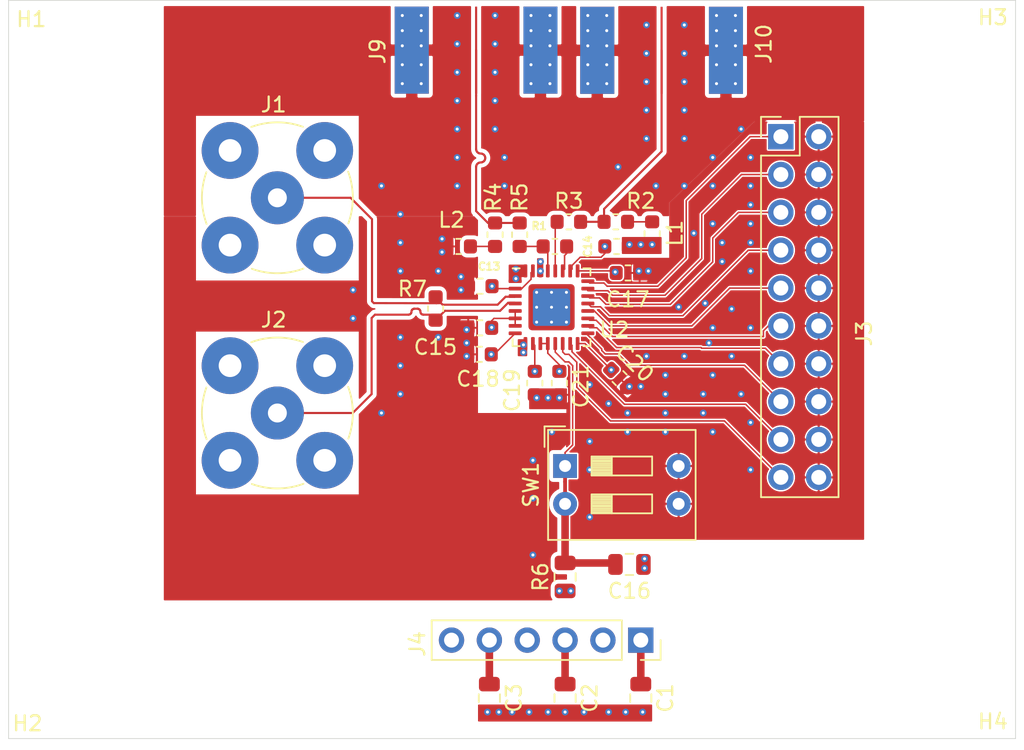
<source format=kicad_pcb>
(kicad_pcb (version 20171130) (host pcbnew 5.1.5+dfsg1-2build2)
  (layers (0 F.Cu signal) (1 GND power) (2 VDD power) (31 B.Cu signal) (34 B.Paste user) (35 F.Paste user hide) (36 B.SilkS user) (37 F.SilkS user) (38 B.Mask user) (39 F.Mask user) (44 Edge.Cuts user))
  (net 0 "")
  (net 1 VDD)
  (net 2 GND)
  (net 3 VDDPST)
  (net 4 VREF)
  (net 5 D9)
  (net 6 D8)
  (net 7 D7)
  (net 8 D6)
  (net 9 D5)
  (net 10 D4)
  (net 11 D3)
  (net 12 D2)
  (net 13 D1)
  (net 14 D0)
  (net 15 RST)
  (net 16 VIN-)
  (net 17 VIN+)
  (net 18 "Net-(L1-Pad1)")
  (net 19 "Net-(L2-Pad1)")
  (net 20 "Net-(R1-Pad2)")
  (net 21 CLK_FILT)
  (net 22 CLK_S_FILT)
  (net 23 CLK+)
  (net 24 CLK-)
  (module Resistor_SMD:R_0603_1608Metric (layer F.Cu) (at 141.4272 93.3197 90)
    (fp_text reference R7 (at 1.3209 -1.5621 180) (layer F.SilkS))
    (fp_text value 100)
    (pad 2 smd roundrect (at 0.7875 0 90) (size 0.875 0.95) (layers F.Cu F.Paste F.Mask) (net 16 VIN-))
    (pad 1 smd roundrect (at -0.7875 0 90) (size 0.875 0.95) (layers F.Cu F.Paste F.Mask) (net 17 VIN+))
  )
  (module Resistor_SMD:R_0603_1608Metric (layer F.Cu) (at 147.066 88.3665 90)
    (fp_text reference R5 (at 2.5145 0 90) (layer F.SilkS))
    (fp_text value 10)
    (pad 2 smd roundrect (at 0.7875 0 90) (size 0.875 0.95) (layers F.Cu F.Paste F.Mask) (net 23 CLK+))
    (pad 1 smd roundrect (at -0.7875 0 90) (size 0.875 0.95) (layers F.Cu F.Paste F.Mask) (net 21 CLK_FILT))
  )
  (module Resistor_SMD:R_0603_1608Metric (layer F.Cu) (at 145.415 88.3665 270)
    (fp_text reference R4 (at -2.5145 0.127 90) (layer F.SilkS))
    (fp_text value 49.9)
    (pad 2 smd roundrect (at 0.7875 0 270) (size 0.875 0.95) (layers F.Cu F.Paste F.Mask) (net 19 "Net-(L2-Pad1)"))
    (pad 1 smd roundrect (at -0.7875 0 270) (size 0.875 0.95) (layers F.Cu F.Paste F.Mask) (net 23 CLK+))
  )
  (module Resistor_SMD:R_0603_1608Metric (layer F.Cu) (at 150.368 87.503)
    (fp_text reference R3 (at 0 -1.397) (layer F.SilkS))
    (fp_text value 26.1)
    (pad 2 smd roundrect (at 0.7875 0) (size 0.875 0.95) (layers F.Cu F.Paste F.Mask) (net 24 CLK-))
    (pad 1 smd roundrect (at -0.7875 0) (size 0.875 0.95) (layers F.Cu F.Paste F.Mask) (net 22 CLK_S_FILT))
  )
  (module Resistor_SMD:R_0603_1608Metric (layer F.Cu) (at 153.5175 87.503)
    (fp_text reference R2 (at 1.6765 -1.397) (layer F.SilkS))
    (fp_text value 49.9)
    (pad 2 smd roundrect (at 0.7875 0) (size 0.875 0.95) (layers F.Cu F.Paste F.Mask) (net 18 "Net-(L1-Pad1)"))
    (pad 1 smd roundrect (at -0.7875 0) (size 0.875 0.95) (layers F.Cu F.Paste F.Mask) (net 24 CLK-))
  )
  (module Resistor_SMD:R_0603_1608Metric (layer F.Cu) (at 149.4305 89.154)
    (fp_text reference R1 (at -1.0564 -1.3716) (layer F.SilkS) (effects (font (size 0.508 0.508) (thickness 0.127))))
    (fp_text value "0,<0.3 mOhm")
    (pad 2 smd roundrect (at 0.7875 0) (size 0.875 0.95) (layers F.Cu F.Paste F.Mask) (net 20 "Net-(R1-Pad2)"))
    (pad 1 smd roundrect (at -0.7875 0) (size 0.875 0.95) (layers F.Cu F.Paste F.Mask) (net 21 CLK_FILT))
  )
  (module Inductor_SMD:L_0603_1608Metric (layer F.Cu) (at 142.9765 89.154 180)
    (fp_text reference L2 (at 0.4825 1.778) (layer F.SilkS))
    (fp_text value "2.2 nH")
    (pad 2 smd roundrect (at 0.7875 0 180) (size 0.875 0.95) (layers F.Cu F.Paste F.Mask) (net 2 GND))
    (pad 1 smd roundrect (at -0.7875 0 180) (size 0.875 0.95) (layers F.Cu F.Paste F.Mask) (net 19 "Net-(L2-Pad1)"))
  )
  (module Capacitor_SMD:C_0603_1608Metric (layer F.Cu) (at 149.733 98.3235 270)
    (fp_text reference C21 (at 0.2285 -1.43 90) (layer F.SilkS))
    (fp_text value 0.01u)
    (pad 2 smd roundrect (at 0.7875 0 270) (size 0.875 0.95) (layers F.Cu F.Paste F.Mask) (net 2 GND))
    (pad 1 smd roundrect (at -0.7875 0 270) (size 0.875 0.95) (layers F.Cu F.Paste F.Mask) (net 1 VDD))
  )
  (module Capacitor_SMD:C_0603_1608Metric (layer F.Cu) (at 153.769647 97.991247 315)
    (fp_text reference C20 (at 0 -1.43 135) (layer F.SilkS))
    (fp_text value 0.01u)
    (pad 2 smd roundrect (at 0.7875 0 315) (size 0.875 0.95) (layers F.Cu F.Paste F.Mask) (net 2 GND))
    (pad 1 smd roundrect (at -0.7875 0 315) (size 0.875 0.95) (layers F.Cu F.Paste F.Mask) (net 3 VDDPST))
  )
  (module Capacitor_SMD:C_0603_1608Metric (layer F.Cu) (at 148.082 98.3235 270)
    (fp_text reference C19 (at 0.4825 1.524 90) (layer F.SilkS))
    (fp_text value 0.01u)
    (pad 2 smd roundrect (at 0.7875 0 270) (size 0.875 0.95) (layers F.Cu F.Paste F.Mask) (net 2 GND))
    (pad 1 smd roundrect (at -0.7875 0 270) (size 0.875 0.95) (layers F.Cu F.Paste F.Mask) (net 3 VDDPST))
  )
  (module Capacitor_SMD:C_0603_1608Metric (layer F.Cu) (at 144.3735 96.393 180)
    (fp_text reference C18 (at 0.1015 -1.651) (layer F.SilkS))
    (fp_text value 0.01u)
    (pad 2 smd roundrect (at 0.7875 0 180) (size 0.875 0.95) (layers F.Cu F.Paste F.Mask) (net 2 GND))
    (pad 1 smd roundrect (at -0.7875 0 180) (size 0.875 0.95) (layers F.Cu F.Paste F.Mask) (net 1 VDD))
  )
  (module Capacitor_SMD:C_0603_1608Metric (layer F.Cu) (at 154.3305 90.932)
    (fp_text reference C17 (at 0 1.778) (layer F.SilkS))
    (fp_text value 0.01u)
    (pad 2 smd roundrect (at 0.7875 0) (size 0.875 0.95) (layers F.Cu F.Paste F.Mask) (net 2 GND))
    (pad 1 smd roundrect (at -0.7875 0) (size 0.875 0.95) (layers F.Cu F.Paste F.Mask) (net 1 VDD))
  )
  (module Capacitor_SMD:C_0603_1608Metric (layer F.Cu) (at 144.401153 94.615 180)
    (fp_text reference C15 (at 2.986653 -1.2954 180) (layer F.SilkS))
    (fp_text value 0.01u)
    (pad 2 smd roundrect (at 0.7875 0 180) (size 0.875 0.95) (layers F.Cu F.Paste F.Mask) (net 2 GND))
    (pad 1 smd roundrect (at -0.7875 0 180) (size 0.875 0.95) (layers F.Cu F.Paste F.Mask) (net 4 VREF))
  )
  (module Capacitor_SMD:C_0603_1608Metric (layer F.Cu) (at 153.5685 89.154)
    (fp_text reference C14 (at -1.9305 0 90) (layer F.SilkS) (effects (font (size 0.508 0.508) (thickness 0.127))))
    (fp_text value 0.01u)
    (pad 2 smd roundrect (at 0.7875 0) (size 0.875 0.95) (layers F.Cu F.Paste F.Mask) (net 2 GND))
    (pad 1 smd roundrect (at -0.7875 0) (size 0.875 0.95) (layers F.Cu F.Paste F.Mask) (net 3 VDDPST))
  )
  (module Capacitor_SMD:C_0603_1608Metric (layer F.Cu) (at 144.4245 91.821 180)
    (fp_text reference C13 (at -0.5968 1.3208 180) (layer F.SilkS) (effects (font (size 0.508 0.508) (thickness 0.127))))
    (fp_text value 0.01u)
    (pad 2 smd roundrect (at 0.7875 0 180) (size 0.875 0.95) (layers F.Cu F.Paste F.Mask) (net 2 GND))
    (pad 1 smd roundrect (at -0.7875 0 180) (size 0.875 0.95) (layers F.Cu F.Paste F.Mask) (net 1 VDD))
  )
  (module SAR_pcb:CustomSMA (layer F.Cu) (at 156.591 75.996021)
    (fp_text reference J10 (at 6.858 -0.431021 90) (layer F.SilkS))
    (fp_text value Conn_Coaxial)
    (pad 2 smd rect (at -4.318 0) (size 2.286 5.842) (layers B.Cu B.Paste B.Mask) (net 2 GND))
    (pad 2 smd rect (at 4.318 0) (size 2.286 5.842) (layers B.Cu B.Paste B.Mask) (net 2 GND))
    (pad 2 smd rect (at -4.318 0) (size 2.286 5.842) (layers F.Cu F.Paste F.Mask) (net 2 GND))
    (pad 2 smd rect (at 4.318 0) (size 2.286 5.842) (layers F.Cu F.Paste F.Mask) (net 2 GND))
    (pad 1 smd rect (at 0 0) (size 0.141224 5.842) (layers F.Cu F.Paste F.Mask) (net 24 CLK-))
  )
  (module SAR_pcb:CustomSMA (layer F.Cu) (at 144.145 75.9841)
    (fp_text reference J9 (at -6.604 0.076979 90) (layer F.SilkS))
    (fp_text value Conn_Coaxial)
    (pad 2 smd rect (at -4.318 0) (size 2.286 5.842) (layers B.Cu B.Paste B.Mask) (net 2 GND))
    (pad 2 smd rect (at 4.318 0) (size 2.286 5.842) (layers B.Cu B.Paste B.Mask) (net 2 GND))
    (pad 2 smd rect (at -4.318 0) (size 2.286 5.842) (layers F.Cu F.Paste F.Mask) (net 2 GND))
    (pad 2 smd rect (at 4.318 0) (size 2.286 5.842) (layers F.Cu F.Paste F.Mask) (net 2 GND))
    (pad 1 smd rect (at 0 0) (size 0.141224 5.842) (layers F.Cu F.Paste F.Mask) (net 23 CLK+))
  )
  (module Capacitor_SMD:C_0805_2012Metric (layer F.Cu) (at 155.194 119.4585 270)
    (fp_text reference C1 (at 0 -1.65 90) (layer F.SilkS))
    (fp_text value 10u)
    (pad 1 smd roundrect (at -0.9375 0 270) (size 0.975 1.4) (layers F.Cu F.Paste F.Mask) (net 1 VDD))
    (pad 2 smd roundrect (at 0.9375 0 270) (size 0.975 1.4) (layers F.Cu F.Paste F.Mask) (net 2 GND))
  )
  (module Capacitor_SMD:C_0805_2012Metric (layer F.Cu) (at 150.114 119.4585 270)
    (fp_text reference C2 (at 0 -1.65 90) (layer F.SilkS))
    (fp_text value 10u)
    (pad 2 smd roundrect (at 0.9375 0 270) (size 0.975 1.4) (layers F.Cu F.Paste F.Mask) (net 2 GND))
    (pad 1 smd roundrect (at -0.9375 0 270) (size 0.975 1.4) (layers F.Cu F.Paste F.Mask) (net 3 VDDPST))
  )
  (module Capacitor_SMD:C_0805_2012Metric (layer F.Cu) (at 145.034 119.4585 270)
    (fp_text reference C3 (at 0 -1.65 90) (layer F.SilkS))
    (fp_text value 10u)
    (pad 2 smd roundrect (at 0.9375 0 270) (size 0.975 1.4) (layers F.Cu F.Paste F.Mask) (net 2 GND))
    (pad 1 smd roundrect (at -0.9375 0 270) (size 0.975 1.4) (layers F.Cu F.Paste F.Mask) (net 4 VREF))
  )
  (module Capacitor_SMD:C_0805_2012Metric (layer F.Cu) (at 154.432 110.49)
    (fp_text reference C16 (at 0 1.778) (layer F.SilkS))
    (fp_text value 1u)
    (pad 2 smd roundrect (at 0.9375 0) (size 0.975 1.4) (layers F.Cu F.Paste F.Mask) (net 2 GND))
    (pad 1 smd roundrect (at -0.9375 0) (size 0.975 1.4) (layers F.Cu F.Paste F.Mask) (net 15 RST))
  )
  (module MountingHole:MountingHole_3mm (layer F.Cu) (at 117.348 77.47)
    (fp_text reference H1 (at -3.048 -3.556) (layer F.SilkS))
    (fp_text value MountingHole)
    (pad 1 np_thru_hole circle (at 0 0) (size 3 3) (drill 3) (layers *.Cu *.Mask))
  )
  (module MountingHole:MountingHole_3mm (layer F.Cu) (at 117.348 118.11)
    (fp_text reference H2 (at -3.302 3.048) (layer F.SilkS))
    (fp_text value MountingHole)
    (pad 1 np_thru_hole circle (at 0 0) (size 3 3) (drill 3) (layers *.Cu *.Mask))
  )
  (module MountingHole:MountingHole_3mm (layer F.Cu) (at 175.768 76.835)
    (fp_text reference H3 (at 3.048 -3.048) (layer F.SilkS))
    (fp_text value MountingHole)
    (pad 1 np_thru_hole circle (at 0 0) (size 3 3) (drill 3) (layers *.Cu *.Mask))
  )
  (module MountingHole:MountingHole_3mm (layer F.Cu) (at 175.768 117.475)
    (fp_text reference H4 (at 3.048 3.556) (layer F.SilkS))
    (fp_text value MountingHole)
    (pad 1 np_thru_hole circle (at 0 0) (size 3 3) (drill 3) (layers *.Cu *.Mask))
  )
  (module Connector_Coaxial:BNC_TEConnectivity_1478204_Vertical (layer F.Cu) (at 130.81 85.8901)
    (fp_text reference J1 (at -0.25 -6.25) (layer F.SilkS))
    (fp_text value Conn_Coaxial_Power)
    (pad 2 thru_hole circle (at -3.175 -3.175) (size 3.81 3.81) (drill 1.524) (layers *.Cu *.Mask) (net 2 GND))
    (pad 1 thru_hole circle (at 0 0) (size 3.556 3.556) (drill 1.27) (layers *.Cu *.Mask) (net 16 VIN-))
    (pad 2 thru_hole circle (at 3.175 -3.175) (size 3.81 3.81) (drill 1.524) (layers *.Cu *.Mask) (net 2 GND))
    (pad 2 thru_hole circle (at -3.175 3.175) (size 3.81 3.81) (drill 1.524) (layers *.Cu *.Mask) (net 2 GND))
    (pad 2 thru_hole circle (at 3.175 3.175) (size 3.81 3.81) (drill 1.524) (layers *.Cu *.Mask) (net 2 GND))
  )
  (module Connector_Coaxial:BNC_TEConnectivity_1478204_Vertical (layer F.Cu) (at 130.81 100.33)
    (fp_text reference J2 (at -0.25 -6.25) (layer F.SilkS))
    (fp_text value Conn_Coaxial_Power)
    (pad 2 thru_hole circle (at 3.175 3.175) (size 3.81 3.81) (drill 1.524) (layers *.Cu *.Mask) (net 2 GND))
    (pad 2 thru_hole circle (at -3.175 3.175) (size 3.81 3.81) (drill 1.524) (layers *.Cu *.Mask) (net 2 GND))
    (pad 2 thru_hole circle (at 3.175 -3.175) (size 3.81 3.81) (drill 1.524) (layers *.Cu *.Mask) (net 2 GND))
    (pad 1 thru_hole circle (at 0 0) (size 3.556 3.556) (drill 1.27) (layers *.Cu *.Mask) (net 17 VIN+))
    (pad 2 thru_hole circle (at -3.175 -3.175) (size 3.81 3.81) (drill 1.524) (layers *.Cu *.Mask) (net 2 GND))
  )
  (module Connector_PinHeader_2.54mm:PinHeader_2x10_P2.54mm_Vertical (layer F.Cu) (at 164.592 81.788)
    (fp_text reference J3 (at 5.588 13.208 90) (layer F.SilkS))
    (fp_text value Conn_02x10_Top_Bottom)
    (pad 1 thru_hole rect (at 0 0) (size 1.7 1.7) (drill 1) (layers *.Cu *.Mask) (net 14 D0))
    (pad 2 thru_hole oval (at 2.54 0) (size 1.7 1.7) (drill 1) (layers *.Cu *.Mask) (net 2 GND))
    (pad 3 thru_hole oval (at 0 2.54) (size 1.7 1.7) (drill 1) (layers *.Cu *.Mask) (net 13 D1))
    (pad 4 thru_hole oval (at 2.54 2.54) (size 1.7 1.7) (drill 1) (layers *.Cu *.Mask) (net 2 GND))
    (pad 5 thru_hole oval (at 0 5.08) (size 1.7 1.7) (drill 1) (layers *.Cu *.Mask) (net 12 D2))
    (pad 6 thru_hole oval (at 2.54 5.08) (size 1.7 1.7) (drill 1) (layers *.Cu *.Mask) (net 2 GND))
    (pad 7 thru_hole oval (at 0 7.62) (size 1.7 1.7) (drill 1) (layers *.Cu *.Mask) (net 11 D3))
    (pad 8 thru_hole oval (at 2.54 7.62) (size 1.7 1.7) (drill 1) (layers *.Cu *.Mask) (net 2 GND))
    (pad 9 thru_hole oval (at 0 10.16) (size 1.7 1.7) (drill 1) (layers *.Cu *.Mask) (net 10 D4))
    (pad 10 thru_hole oval (at 2.54 10.16) (size 1.7 1.7) (drill 1) (layers *.Cu *.Mask) (net 2 GND))
    (pad 11 thru_hole oval (at 0 12.7) (size 1.7 1.7) (drill 1) (layers *.Cu *.Mask) (net 9 D5))
    (pad 12 thru_hole oval (at 2.54 12.7) (size 1.7 1.7) (drill 1) (layers *.Cu *.Mask) (net 2 GND))
    (pad 13 thru_hole oval (at 0 15.24) (size 1.7 1.7) (drill 1) (layers *.Cu *.Mask) (net 8 D6))
    (pad 14 thru_hole oval (at 2.54 15.24) (size 1.7 1.7) (drill 1) (layers *.Cu *.Mask) (net 2 GND))
    (pad 15 thru_hole oval (at 0 17.78) (size 1.7 1.7) (drill 1) (layers *.Cu *.Mask) (net 7 D7))
    (pad 16 thru_hole oval (at 2.54 17.78) (size 1.7 1.7) (drill 1) (layers *.Cu *.Mask) (net 2 GND))
    (pad 17 thru_hole oval (at 0 20.32) (size 1.7 1.7) (drill 1) (layers *.Cu *.Mask) (net 6 D8))
    (pad 18 thru_hole oval (at 2.54 20.32) (size 1.7 1.7) (drill 1) (layers *.Cu *.Mask) (net 2 GND))
    (pad 19 thru_hole oval (at 0 22.86) (size 1.7 1.7) (drill 1) (layers *.Cu *.Mask) (net 5 D9))
    (pad 20 thru_hole oval (at 2.54 22.86) (size 1.7 1.7) (drill 1) (layers *.Cu *.Mask) (net 2 GND))
  )
  (module Connector_PinSocket_2.54mm:PinSocket_1x06_P2.54mm_Vertical (layer F.Cu) (at 155.194 115.57 270)
    (fp_text reference J4 (at 0.254 14.986 90) (layer F.SilkS))
    (fp_text value Conn_01x06)
    (pad 1 thru_hole rect (at 0 0 270) (size 1.7 1.7) (drill 1) (layers *.Cu *.Mask) (net 1 VDD))
    (pad 2 thru_hole oval (at 0 2.54 270) (size 1.7 1.7) (drill 1) (layers *.Cu *.Mask) (net 2 GND))
    (pad 3 thru_hole oval (at 0 5.08 270) (size 1.7 1.7) (drill 1) (layers *.Cu *.Mask) (net 3 VDDPST))
    (pad 4 thru_hole oval (at 0 7.62 270) (size 1.7 1.7) (drill 1) (layers *.Cu *.Mask) (net 2 GND))
    (pad 5 thru_hole oval (at 0 10.16 270) (size 1.7 1.7) (drill 1) (layers *.Cu *.Mask) (net 4 VREF))
    (pad 6 thru_hole oval (at 0 12.7 270) (size 1.7 1.7) (drill 1) (layers *.Cu *.Mask) (net 2 GND))
  )
  (module Inductor_SMD:L_0603_1608Metric (layer F.Cu) (at 155.956 88.2905 270)
    (fp_text reference L1 (at -0.0255 -1.524 90) (layer F.SilkS))
    (fp_text value "1 nH")
    (pad 1 smd roundrect (at -0.7875 0 270) (size 0.875 0.95) (layers F.Cu F.Paste F.Mask) (net 18 "Net-(L1-Pad1)"))
    (pad 2 smd roundrect (at 0.7875 0 270) (size 0.875 0.95) (layers F.Cu F.Paste F.Mask) (net 2 GND))
  )
  (module Resistor_SMD:R_0805_2012Metric (layer F.Cu) (at 150.114 111.3305 90)
    (fp_text reference R6 (at 0 -1.65 90) (layer F.SilkS))
    (fp_text value 1k)
    (pad 1 smd roundrect (at -0.9375 0 90) (size 0.975 1.4) (layers F.Cu F.Paste F.Mask) (net 3 VDDPST))
    (pad 2 smd roundrect (at 0.9375 0 90) (size 0.975 1.4) (layers F.Cu F.Paste F.Mask) (net 15 RST))
  )
  (module Button_Switch_THT:SW_DIP_SPSTx02_Slide_9.78x7.26mm_W7.62mm_P2.54mm (layer F.Cu) (at 150.114 103.886)
    (fp_text reference SW1 (at -2.286 1.27 90) (layer F.SilkS))
    (fp_text value SW_Push)
    (pad 1 thru_hole rect (at 0 0) (size 1.6 1.6) (drill 0.8) (layers *.Cu *.Mask) (net 15 RST))
    (pad 3 thru_hole oval (at 7.62 2.54) (size 1.6 1.6) (drill 0.8) (layers *.Cu *.Mask) (net 2 GND))
    (pad 2 thru_hole oval (at 0 2.54) (size 1.6 1.6) (drill 0.8) (layers *.Cu *.Mask) (net 15 RST))
    (pad 4 thru_hole oval (at 7.62 0) (size 1.6 1.6) (drill 0.8) (layers *.Cu *.Mask) (net 2 GND))
  )
  (module Package_DFN_QFN:QFN-32-1EP_5x5mm_P0.5mm_EP3.1x3.1mm_ThermalVias (layer F.Cu) (at 149.20468 93.23324)
    (fp_text reference U2 (at 4.21132 1.50876) (layer F.SilkS))
    (fp_text value 10B_SAR)
    (pad 33 smd roundrect (at 0 0) (size 3.1 3.1) (layers F.Cu F.Mask) (roundrect_rratio 0.08064499999999999) (net 2 GND))
    (pad 33 thru_hole circle (at -1 -1) (size 0.5 0.5) (drill 0.2) (layers *.Cu) (net 2 GND))
    (pad 33 thru_hole circle (at 0 -1) (size 0.5 0.5) (drill 0.2) (layers *.Cu) (net 2 GND))
    (pad 33 thru_hole circle (at 1 -1) (size 0.5 0.5) (drill 0.2) (layers *.Cu) (net 2 GND))
    (pad 33 thru_hole circle (at -1 0) (size 0.5 0.5) (drill 0.2) (layers *.Cu) (net 2 GND))
    (pad 33 thru_hole circle (at 0 0) (size 0.5 0.5) (drill 0.2) (layers *.Cu) (net 2 GND))
    (pad 33 thru_hole circle (at 1 0) (size 0.5 0.5) (drill 0.2) (layers *.Cu) (net 2 GND))
    (pad 33 thru_hole circle (at -1 1) (size 0.5 0.5) (drill 0.2) (layers *.Cu) (net 2 GND))
    (pad 33 thru_hole circle (at 0 1) (size 0.5 0.5) (drill 0.2) (layers *.Cu) (net 2 GND))
    (pad 33 thru_hole circle (at 1 1) (size 0.5 0.5) (drill 0.2) (layers *.Cu) (net 2 GND))
    (pad 33 smd roundrect (at 0 0) (size 2.5 2.5) (layers B.Cu) (roundrect_rratio 0.1) (net 2 GND))
    (pad 1 smd roundrect (at -2.4375 -1.75) (size 0.875 0.25) (layers F.Cu F.Paste F.Mask) (net 2 GND))
    (pad 2 smd roundrect (at -2.4375 -1.25) (size 0.875 0.25) (layers F.Cu F.Paste F.Mask) (net 1 VDD))
    (pad 3 smd roundrect (at -2.4375 -0.75) (size 0.875 0.25) (layers F.Cu F.Paste F.Mask) (net 16 VIN-))
    (pad 4 smd roundrect (at -2.4375 -0.25) (size 0.875 0.25) (layers F.Cu F.Paste F.Mask) (net 17 VIN+))
    (pad 5 smd roundrect (at -2.4375 0.25) (size 0.875 0.25) (layers F.Cu F.Paste F.Mask) (net 4 VREF))
    (pad 6 smd roundrect (at -2.4375 0.75) (size 0.875 0.25) (layers F.Cu F.Paste F.Mask) (net 4 VREF))
    (pad 7 smd roundrect (at -2.4375 1.25) (size 0.875 0.25) (layers F.Cu F.Paste F.Mask) (net 4 VREF))
    (pad 8 smd roundrect (at -2.4375 1.75) (size 0.875 0.25) (layers F.Cu F.Paste F.Mask) (net 1 VDD))
    (pad 9 smd roundrect (at -1.75 2.4375) (size 0.25 0.875) (layers F.Cu F.Paste F.Mask) (net 2 GND))
    (pad 10 smd roundrect (at -1.25 2.4375) (size 0.25 0.875) (layers F.Cu F.Paste F.Mask) (net 3 VDDPST))
    (pad 11 smd roundrect (at -0.75 2.4375) (size 0.25 0.875) (layers F.Cu F.Paste F.Mask) (net 1 VDD))
    (pad 12 smd roundrect (at -0.25 2.4375) (size 0.25 0.875) (layers F.Cu F.Paste F.Mask) (net 1 VDD))
    (pad 13 smd roundrect (at 0.25 2.4375) (size 0.25 0.875) (layers F.Cu F.Paste F.Mask) (net 15 RST))
    (pad 14 smd roundrect (at 0.75 2.4375) (size 0.25 0.875) (layers F.Cu F.Paste F.Mask) (net 5 D9))
    (pad 15 smd roundrect (at 1.25 2.4375) (size 0.25 0.875) (layers F.Cu F.Paste F.Mask) (net 6 D8))
    (pad 16 smd roundrect (at 1.75 2.4375) (size 0.25 0.875) (layers F.Cu F.Paste F.Mask) (net 3 VDDPST))
    (pad 17 smd roundrect (at 2.4375 1.75) (size 0.875 0.25) (layers F.Cu F.Paste F.Mask) (net 7 D7))
    (pad 18 smd roundrect (at 2.4375 1.25) (size 0.875 0.25) (layers F.Cu F.Paste F.Mask) (net 8 D6))
    (pad 19 smd roundrect (at 2.4375 0.75) (size 0.875 0.25) (layers F.Cu F.Paste F.Mask) (net 9 D5))
    (pad 20 smd roundrect (at 2.4375 0.25) (size 0.875 0.25) (layers F.Cu F.Paste F.Mask) (net 10 D4))
    (pad 21 smd roundrect (at 2.4375 -0.25) (size 0.875 0.25) (layers F.Cu F.Paste F.Mask) (net 11 D3))
    (pad 22 smd roundrect (at 2.4375 -0.75) (size 0.875 0.25) (layers F.Cu F.Paste F.Mask) (net 12 D2))
    (pad 23 smd roundrect (at 2.4375 -1.25) (size 0.875 0.25) (layers F.Cu F.Paste F.Mask) (net 13 D1))
    (pad 24 smd roundrect (at 2.4375 -1.75) (size 0.875 0.25) (layers F.Cu F.Paste F.Mask) (net 14 D0))
    (pad 25 smd roundrect (at 1.75 -2.4375) (size 0.25 0.875) (layers F.Cu F.Paste F.Mask) (net 1 VDD))
    (pad 26 smd roundrect (at 1.25 -2.4375) (size 0.25 0.875) (layers F.Cu F.Paste F.Mask) (net 3 VDDPST))
    (pad 27 smd roundrect (at 0.75 -2.4375) (size 0.25 0.875) (layers F.Cu F.Paste F.Mask) (net 20 "Net-(R1-Pad2)"))
    (pad 28 smd roundrect (at 0.25 -2.4375) (size 0.25 0.875) (layers F.Cu F.Paste F.Mask) (net 22 CLK_S_FILT))
    (pad 29 smd roundrect (at -0.25 -2.4375) (size 0.25 0.875) (layers F.Cu F.Paste F.Mask) (net 21 CLK_FILT))
    (pad 30 smd roundrect (at -0.75 -2.4375) (size 0.25 0.875) (layers F.Cu F.Paste F.Mask) (net 2 GND))
    (pad 31 smd roundrect (at -1.25 -2.4375) (size 0.25 0.875) (layers F.Cu F.Paste F.Mask) (net 1 VDD))
    (pad 32 smd roundrect (at -1.75 -2.4375) (size 0.25 0.875) (layers F.Cu F.Paste F.Mask) (net 2 GND))
  )
  (gr_line (start 112.776 72.644) (end 170.18 72.644) (layer Edge.Cuts) (width 0.05))
  (gr_line (start 112.776 122.174) (end 112.776 72.644) (layer Edge.Cuts) (width 0.05))
  (gr_line (start 180.34 122.174) (end 112.776 122.174) (layer Edge.Cuts) (width 0.05))
  (gr_line (start 180.34 72.644) (end 180.34 122.174) (layer Edge.Cuts) (width 0.05))
  (gr_line (start 170.18 72.644) (end 180.34 72.644) (layer Edge.Cuts) (width 0.05))
  (segment (start 145.37424 91.98324) (end 145.212 91.821) (width 0.1016) (layer F.Cu) (net 1))
  (segment (start 146.76718 91.98324) (end 145.37424 91.98324) (width 0.1016) (layer F.Cu) (net 1))
  (segment (start 147.20468 91.98324) (end 146.76718 91.98324) (width 0.1016) (layer F.Cu) (net 1))
  (segment (start 147.82968 91.35824) (end 147.20468 91.98324) (width 0.1016) (layer F.Cu) (net 1))
  (segment (start 147.82968 90.92074) (end 147.82968 91.35824) (width 0.1016) (layer F.Cu) (net 1))
  (segment (start 147.95468 90.79574) (end 147.82968 90.92074) (width 0.1016) (layer F.Cu) (net 1))
  (segment (start 153.40674 90.79574) (end 153.4795 90.8685) (width 0.1016) (layer F.Cu) (net 1))
  (segment (start 150.95468 90.79574) (end 153.40674 90.79574) (width 0.1016) (layer F.Cu) (net 1))
  (segment (start 145.35742 96.393) (end 145.161 96.393) (width 0.1016) (layer F.Cu) (net 1))
  (segment (start 146.76718 94.98324) (end 145.35742 96.393) (width 0.1016) (layer F.Cu) (net 1))
  (segment (start 148.45468 95.67074) (end 148.95468 95.67074) (width 0.1016) (layer F.Cu) (net 1))
  (segment (start 148.95468 96.32018) (end 148.95468 96.10824) (width 0.1016) (layer F.Cu) (net 1))
  (segment (start 149.733 97.0985) (end 148.95468 96.32018) (width 0.1016) (layer F.Cu) (net 1))
  (segment (start 148.95468 96.10824) (end 148.95468 95.67074) (width 0.1016) (layer F.Cu) (net 1))
  (segment (start 149.733 97.536) (end 149.733 97.536) (width 0.1016) (layer F.Cu) (net 1))
  (segment (start 145.161 96.393) (end 145.161 96.393) (width 0.1016) (layer F.Cu) (net 1))
  (via (at 145.161 96.393) (size 0.4572) (drill 0.2032) (layers F.Cu B.Cu) (net 1))
  (segment (start 149.733 97.536) (end 149.733 97.0985) (width 0.1016) (layer F.Cu) (net 1))
  (via (at 149.733 97.536) (size 0.4572) (drill 0.2032) (layers F.Cu B.Cu) (net 1))
  (segment (start 153.4795 90.8685) (end 153.543 90.932) (width 0.1016) (layer F.Cu) (net 1))
  (via (at 153.4795 90.8685) (size 0.4572) (drill 0.2032) (layers F.Cu B.Cu) (net 1))
  (segment (start 145.212 91.821) (end 145.212 91.821) (width 0.1016) (layer F.Cu) (net 1))
  (via (at 145.212 91.821) (size 0.4572) (drill 0.2032) (layers F.Cu B.Cu) (net 1))
  (segment (start 155.194 115.57) (end 155.194 118.521) (width 0.508) (layer F.Cu) (net 1))
  (via (at 155.321 120.396) (size 0.4572) (drill 0.2032) (layers F.Cu B.Cu) (net 2))
  (via (at 150.114 120.396) (size 0.4572) (drill 0.2032) (layers F.Cu B.Cu) (net 2))
  (via (at 145.669 120.396) (size 0.4572) (drill 0.2032) (layers F.Cu B.Cu) (net 2))
  (via (at 144.907 120.396) (size 0.4572) (drill 0.2032) (layers F.Cu B.Cu) (net 2))
  (via (at 155.067 90.805) (size 0.4572) (drill 0.2032) (layers F.Cu B.Cu) (net 2))
  (via (at 155.956 89.027) (size 0.4572) (drill 0.2032) (layers F.Cu B.Cu) (net 2))
  (via (at 154.432 89.027) (size 0.4572) (drill 0.2032) (layers F.Cu B.Cu) (net 2))
  (via (at 154.432 98.552) (size 0.4572) (drill 0.2032) (layers F.Cu B.Cu) (net 2))
  (via (at 149.733 99.314) (size 0.4572) (drill 0.2032) (layers F.Cu B.Cu) (net 2))
  (via (at 148.209 99.314) (size 0.4572) (drill 0.2032) (layers F.Cu B.Cu) (net 2))
  (via (at 141.859 89.535) (size 0.4572) (drill 0.2032) (layers F.Cu B.Cu) (net 2))
  (via (at 143.51 96.52) (size 0.4572) (drill 0.2032) (layers F.Cu B.Cu) (net 2))
  (via (at 143.51 94.742) (size 0.4572) (drill 0.2032) (layers F.Cu B.Cu) (net 2))
  (via (at 155.448 110.744) (size 0.4572) (drill 0.2032) (layers F.Cu B.Cu) (net 2))
  (via (at 155.448 110.109) (size 0.4572) (drill 0.2032) (layers F.Cu B.Cu) (net 2))
  (via (at 161.544 74.676) (size 0.4572) (drill 0.2032) (layers F.Cu B.Cu) (net 2))
  (via (at 160.274 78.232) (size 0.4572) (drill 0.2032) (layers F.Cu B.Cu) (net 2))
  (via (at 161.544 78.232) (size 0.4572) (drill 0.2032) (layers F.Cu B.Cu) (net 2))
  (via (at 161.544 75.692) (size 0.4572) (drill 0.2032) (layers F.Cu B.Cu) (net 2))
  (via (at 161.544 73.66) (size 0.4572) (drill 0.2032) (layers F.Cu B.Cu) (net 2))
  (via (at 160.274 74.676) (size 0.4572) (drill 0.2032) (layers F.Cu B.Cu) (net 2))
  (via (at 161.544 76.962) (size 0.4572) (drill 0.2032) (layers F.Cu B.Cu) (net 2))
  (via (at 160.274 76.962) (size 0.4572) (drill 0.2032) (layers F.Cu B.Cu) (net 2))
  (via (at 160.274 73.66) (size 0.4572) (drill 0.2032) (layers F.Cu B.Cu) (net 2))
  (via (at 160.274 75.692) (size 0.4572) (drill 0.2032) (layers F.Cu B.Cu) (net 2))
  (via (at 152.908 74.676) (size 0.4572) (drill 0.2032) (layers F.Cu B.Cu) (net 2))
  (via (at 151.638 78.232) (size 0.4572) (drill 0.2032) (layers F.Cu B.Cu) (net 2))
  (via (at 152.908 78.232) (size 0.4572) (drill 0.2032) (layers F.Cu B.Cu) (net 2))
  (via (at 152.908 75.692) (size 0.4572) (drill 0.2032) (layers F.Cu B.Cu) (net 2))
  (via (at 152.908 73.66) (size 0.4572) (drill 0.2032) (layers F.Cu B.Cu) (net 2))
  (via (at 151.638 74.676) (size 0.4572) (drill 0.2032) (layers F.Cu B.Cu) (net 2))
  (via (at 152.908 76.962) (size 0.4572) (drill 0.2032) (layers F.Cu B.Cu) (net 2))
  (via (at 151.638 76.962) (size 0.4572) (drill 0.2032) (layers F.Cu B.Cu) (net 2))
  (via (at 151.638 73.66) (size 0.4572) (drill 0.2032) (layers F.Cu B.Cu) (net 2))
  (via (at 151.638 75.692) (size 0.4572) (drill 0.2032) (layers F.Cu B.Cu) (net 2))
  (via (at 149.098 74.676) (size 0.4572) (drill 0.2032) (layers F.Cu B.Cu) (net 2))
  (via (at 147.828 78.232) (size 0.4572) (drill 0.2032) (layers F.Cu B.Cu) (net 2))
  (via (at 149.098 78.232) (size 0.4572) (drill 0.2032) (layers F.Cu B.Cu) (net 2))
  (via (at 149.098 75.692) (size 0.4572) (drill 0.2032) (layers F.Cu B.Cu) (net 2))
  (via (at 149.098 73.66) (size 0.4572) (drill 0.2032) (layers F.Cu B.Cu) (net 2))
  (via (at 147.828 74.676) (size 0.4572) (drill 0.2032) (layers F.Cu B.Cu) (net 2))
  (via (at 149.098 76.962) (size 0.4572) (drill 0.2032) (layers F.Cu B.Cu) (net 2))
  (via (at 147.828 76.962) (size 0.4572) (drill 0.2032) (layers F.Cu B.Cu) (net 2))
  (via (at 147.828 73.66) (size 0.4572) (drill 0.2032) (layers F.Cu B.Cu) (net 2))
  (via (at 147.828 75.692) (size 0.4572) (drill 0.2032) (layers F.Cu B.Cu) (net 2))
  (via (at 140.462 78.232) (size 0.4572) (drill 0.2032) (layers F.Cu B.Cu) (net 2))
  (via (at 139.192 78.232) (size 0.4572) (drill 0.2032) (layers F.Cu B.Cu) (net 2))
  (via (at 139.192 76.962) (size 0.4572) (drill 0.2032) (layers F.Cu B.Cu) (net 2))
  (via (at 140.462 76.962) (size 0.4572) (drill 0.2032) (layers F.Cu B.Cu) (net 2))
  (via (at 140.462 75.692) (size 0.4572) (drill 0.2032) (layers F.Cu B.Cu) (net 2))
  (via (at 139.192 75.692) (size 0.4572) (drill 0.2032) (layers F.Cu B.Cu) (net 2))
  (via (at 140.462 74.676) (size 0.4572) (drill 0.2032) (layers F.Cu B.Cu) (net 2))
  (via (at 139.192 74.676) (size 0.4572) (drill 0.2032) (layers F.Cu B.Cu) (net 2))
  (via (at 140.462 73.66) (size 0.4572) (drill 0.2032) (layers F.Cu B.Cu) (net 2))
  (via (at 139.192 73.66) (size 0.4572) (drill 0.2032) (layers F.Cu B.Cu) (net 2))
  (via (at 148.463 90.805) (size 0.4572) (drill 0.2032) (layers F.Cu B.Cu) (net 2))
  (via (at 146.812 90.678) (size 0.4572) (drill 0.2032) (layers F.Cu B.Cu) (net 2))
  (via (at 146.812 91.313) (size 0.4572) (drill 0.2032) (layers F.Cu B.Cu) (net 2))
  (via (at 148.463 90.17) (size 0.4572) (drill 0.2032) (layers F.Cu B.Cu) (net 2))
  (via (at 147.32 95.758) (size 0.4572) (drill 0.2032) (layers F.Cu B.Cu) (net 2))
  (via (at 147.32 96.266) (size 0.4572) (drill 0.2032) (layers F.Cu B.Cu) (net 2))
  (via (at 143.51 95.631) (size 0.4572) (drill 0.2032) (layers F.Cu B.Cu) (net 2))
  (via (at 141.859 88.646) (size 0.4572) (drill 0.2032) (layers F.Cu B.Cu) (net 2))
  (via (at 143.129 91.186) (size 0.4572) (drill 0.2032) (layers F.Cu B.Cu) (net 2))
  (via (at 143.129 92.075) (size 0.4572) (drill 0.2032) (layers F.Cu B.Cu) (net 2))
  (via (at 148.971 99.314) (size 0.4572) (drill 0.2032) (layers F.Cu B.Cu) (net 2))
  (via (at 155.194 98.552) (size 0.4572) (drill 0.2032) (layers F.Cu B.Cu) (net 2))
  (via (at 155.194 89.027) (size 0.4572) (drill 0.2032) (layers F.Cu B.Cu) (net 2))
  (via (at 155.702 90.805) (size 0.4572) (drill 0.2032) (layers F.Cu B.Cu) (net 2))
  (via (at 146.558 120.396) (size 0.4572) (drill 0.2032) (layers F.Cu B.Cu) (net 2))
  (via (at 147.701 120.396) (size 0.4572) (drill 0.2032) (layers F.Cu B.Cu) (net 2))
  (via (at 148.971 120.396) (size 0.4572) (drill 0.2032) (layers F.Cu B.Cu) (net 2))
  (via (at 151.384 120.396) (size 0.4572) (drill 0.2032) (layers F.Cu B.Cu) (net 2))
  (via (at 153.035 120.396) (size 0.4572) (drill 0.2032) (layers F.Cu B.Cu) (net 2))
  (via (at 154.178 120.396) (size 0.4572) (drill 0.2032) (layers F.Cu B.Cu) (net 2))
  (via (at 139.065 86.995) (size 0.4572) (drill 0.2032) (layers F.Cu B.Cu) (net 2))
  (via (at 137.795 85.09) (size 0.4572) (drill 0.2032) (layers F.Cu B.Cu) (net 2))
  (via (at 151.765 102.235) (size 0.4572) (drill 0.2032) (layers F.Cu B.Cu) (net 2))
  (via (at 151.765 104.14) (size 0.4572) (drill 0.2032) (layers F.Cu B.Cu) (net 2))
  (via (at 151.765 107.315) (size 0.4572) (drill 0.2032) (layers F.Cu B.Cu) (net 2))
  (via (at 154.305 101.6) (size 0.4572) (drill 0.2032) (layers F.Cu B.Cu) (net 2))
  (via (at 156.845 101.6) (size 0.4572) (drill 0.2032) (layers F.Cu B.Cu) (net 2))
  (via (at 160.02 101.6) (size 0.4572) (drill 0.2032) (layers F.Cu B.Cu) (net 2))
  (via (at 162.56 104.14) (size 0.4572) (drill 0.2032) (layers F.Cu B.Cu) (net 2))
  (via (at 151.765 98.425) (size 0.4572) (drill 0.2032) (layers F.Cu B.Cu) (net 2))
  (via (at 153.035 99.695) (size 0.4572) (drill 0.2032) (layers F.Cu B.Cu) (net 2))
  (via (at 154.305 100.33) (size 0.4572) (drill 0.2032) (layers F.Cu B.Cu) (net 2))
  (via (at 156.845 100.33) (size 0.4572) (drill 0.2032) (layers F.Cu B.Cu) (net 2))
  (via (at 159.385 100.33) (size 0.4572) (drill 0.2032) (layers F.Cu B.Cu) (net 2))
  (via (at 162.56 100.965) (size 0.4572) (drill 0.2032) (layers F.Cu B.Cu) (net 2))
  (via (at 156.845 99.06) (size 0.4572) (drill 0.2032) (layers F.Cu B.Cu) (net 2))
  (via (at 159.385 99.06) (size 0.4572) (drill 0.2032) (layers F.Cu B.Cu) (net 2))
  (via (at 161.925 99.06) (size 0.4572) (drill 0.2032) (layers F.Cu B.Cu) (net 2))
  (via (at 156.845 97.79) (size 0.4572) (drill 0.2032) (layers F.Cu B.Cu) (net 2))
  (via (at 160.02 97.79) (size 0.4572) (drill 0.2032) (layers F.Cu B.Cu) (net 2))
  (via (at 155.575 96.52) (size 0.4572) (drill 0.2032) (layers F.Cu B.Cu) (net 2))
  (via (at 158.115 96.52) (size 0.4572) (drill 0.2032) (layers F.Cu B.Cu) (net 2))
  (via (at 161.29 96.52) (size 0.4572) (drill 0.2032) (layers F.Cu B.Cu) (net 2))
  (via (at 160.02 94.615) (size 0.4572) (drill 0.2032) (layers F.Cu B.Cu) (net 2))
  (via (at 162.56 94.615) (size 0.4572) (drill 0.2032) (layers F.Cu B.Cu) (net 2))
  (via (at 161.29 93.345) (size 0.4572) (drill 0.2032) (layers F.Cu B.Cu) (net 2))
  (via (at 162.56 90.805) (size 0.4572) (drill 0.2032) (layers F.Cu B.Cu) (net 2))
  (via (at 160.655 88.9) (size 0.4572) (drill 0.2032) (layers F.Cu B.Cu) (net 2))
  (via (at 160.655 90.17) (size 0.4572) (drill 0.2032) (layers F.Cu B.Cu) (net 2))
  (via (at 162.56 88.9) (size 0.4572) (drill 0.2032) (layers F.Cu B.Cu) (net 2))
  (via (at 162.56 87.63) (size 0.4572) (drill 0.2032) (layers F.Cu B.Cu) (net 2))
  (via (at 162.56 85.09) (size 0.4572) (drill 0.2032) (layers F.Cu B.Cu) (net 2))
  (via (at 162.56 86.36) (size 0.4572) (drill 0.2032) (layers F.Cu B.Cu) (net 2))
  (via (at 160.02 87.63) (size 0.4572) (drill 0.2032) (layers F.Cu B.Cu) (net 2))
  (via (at 162.56 83.185) (size 0.4572) (drill 0.2032) (layers F.Cu B.Cu) (net 2))
  (via (at 160.02 85.09) (size 0.4572) (drill 0.2032) (layers F.Cu B.Cu) (net 2))
  (via (at 158.75 88.265) (size 0.4572) (drill 0.2032) (layers F.Cu B.Cu) (net 2))
  (via (at 159.512 92.964) (size 0.4572) (drill 0.2032) (layers F.Cu B.Cu) (net 2))
  (via (at 157.734 93.218) (size 0.4572) (drill 0.2032) (layers F.Cu B.Cu) (net 2))
  (via (at 159.766 95.631) (size 0.4572) (drill 0.2032) (layers F.Cu B.Cu) (net 2))
  (via (at 158.115 85.09) (size 0.4572) (drill 0.2032) (layers F.Cu B.Cu) (net 2))
  (via (at 160.02 83.185) (size 0.4572) (drill 0.2032) (layers F.Cu B.Cu) (net 2))
  (via (at 161.925 81.28) (size 0.4572) (drill 0.2032) (layers F.Cu B.Cu) (net 2))
  (via (at 155.575 74.295) (size 0.4572) (drill 0.2032) (layers F.Cu B.Cu) (net 2))
  (via (at 155.575 76.2) (size 0.4572) (drill 0.2032) (layers F.Cu B.Cu) (net 2))
  (via (at 155.575 78.105) (size 0.4572) (drill 0.2032) (layers F.Cu B.Cu) (net 2))
  (via (at 155.575 80.01) (size 0.4572) (drill 0.2032) (layers F.Cu B.Cu) (net 2))
  (via (at 155.575 81.915) (size 0.4572) (drill 0.2032) (layers F.Cu B.Cu) (net 2))
  (via (at 142.875 85.09) (size 0.4572) (drill 0.2032) (layers F.Cu B.Cu) (net 2))
  (via (at 146.05 85.09) (size 0.4572) (drill 0.2032) (layers F.Cu B.Cu) (net 2))
  (via (at 153.67 83.82) (size 0.4572) (drill 0.2032) (layers F.Cu B.Cu) (net 2))
  (via (at 156.21 85.09) (size 0.4572) (drill 0.2032) (layers F.Cu B.Cu) (net 2))
  (via (at 149.225 101.6) (size 0.4572) (drill 0.2032) (layers F.Cu B.Cu) (net 2))
  (via (at 147.955 103.505) (size 0.4572) (drill 0.2032) (layers F.Cu B.Cu) (net 2))
  (via (at 147.955 106.045) (size 0.4572) (drill 0.2032) (layers F.Cu B.Cu) (net 2))
  (via (at 147.955 109.855) (size 0.4572) (drill 0.2032) (layers F.Cu B.Cu) (net 2))
  (via (at 158.115 74.295) (size 0.4572) (drill 0.2032) (layers F.Cu B.Cu) (net 2))
  (via (at 158.115 76.2) (size 0.4572) (drill 0.2032) (layers F.Cu B.Cu) (net 2))
  (via (at 158.115 78.105) (size 0.4572) (drill 0.2032) (layers F.Cu B.Cu) (net 2))
  (via (at 158.115 80.01) (size 0.4572) (drill 0.2032) (layers F.Cu B.Cu) (net 2))
  (via (at 158.115 81.915) (size 0.4572) (drill 0.2032) (layers F.Cu B.Cu) (net 2))
  (via (at 142.875 73.66) (size 0.4572) (drill 0.2032) (layers F.Cu B.Cu) (net 2))
  (via (at 145.415 73.66) (size 0.4572) (drill 0.2032) (layers F.Cu B.Cu) (net 2))
  (via (at 142.875 75.565) (size 0.4572) (drill 0.2032) (layers F.Cu B.Cu) (net 2))
  (via (at 145.415 75.565) (size 0.4572) (drill 0.2032) (layers F.Cu B.Cu) (net 2))
  (via (at 142.875 77.47) (size 0.4572) (drill 0.2032) (layers F.Cu B.Cu) (net 2))
  (via (at 145.415 77.47) (size 0.4572) (drill 0.2032) (layers F.Cu B.Cu) (net 2))
  (via (at 145.415 79.375) (size 0.4572) (drill 0.2032) (layers F.Cu B.Cu) (net 2))
  (via (at 142.875 79.375) (size 0.4572) (drill 0.2032) (layers F.Cu B.Cu) (net 2))
  (via (at 142.875 81.28) (size 0.4572) (drill 0.2032) (layers F.Cu B.Cu) (net 2))
  (via (at 145.415 81.28) (size 0.4572) (drill 0.2032) (layers F.Cu B.Cu) (net 2))
  (via (at 142.875 83.185) (size 0.4572) (drill 0.2032) (layers F.Cu B.Cu) (net 2))
  (via (at 146.05 83.185) (size 0.4572) (drill 0.2032) (layers F.Cu B.Cu) (net 2))
  (via (at 139.065 88.9) (size 0.4572) (drill 0.2032) (layers F.Cu B.Cu) (net 2))
  (via (at 139.065 90.805) (size 0.4572) (drill 0.2032) (layers F.Cu B.Cu) (net 2))
  (via (at 141.605 90.805) (size 0.4572) (drill 0.2032) (layers F.Cu B.Cu) (net 2))
  (via (at 139.065 95.25) (size 0.4572) (drill 0.2032) (layers F.Cu B.Cu) (net 2))
  (via (at 141.605 95.25) (size 0.4572) (drill 0.2032) (layers F.Cu B.Cu) (net 2))
  (via (at 139.065 97.155) (size 0.4572) (drill 0.2032) (layers F.Cu B.Cu) (net 2))
  (via (at 139.065 99.06) (size 0.4572) (drill 0.2032) (layers F.Cu B.Cu) (net 2))
  (via (at 137.795 100.33) (size 0.4572) (drill 0.2032) (layers F.Cu B.Cu) (net 2))
  (via (at 135.89 92.075) (size 0.4572) (drill 0.2032) (layers F.Cu B.Cu) (net 2))
  (via (at 135.89 93.98) (size 0.4572) (drill 0.2032) (layers F.Cu B.Cu) (net 2))
  (via (at 150.495 112.268) (size 0.4572) (drill 0.2032) (layers F.Cu B.Cu) (net 3))
  (via (at 149.733 112.268) (size 0.4572) (drill 0.2032) (layers F.Cu B.Cu) (net 3))
  (segment (start 152.781 89.629) (end 152.781 89.154) (width 0.1016) (layer F.Cu) (net 3))
  (segment (start 151.13109 89.8779) (end 152.5321 89.8779) (width 0.1016) (layer F.Cu) (net 3))
  (segment (start 150.57968 90.42931) (end 151.13109 89.8779) (width 0.1016) (layer F.Cu) (net 3))
  (segment (start 150.57968 90.67074) (end 150.57968 90.42931) (width 0.1016) (layer F.Cu) (net 3))
  (segment (start 152.5321 89.8779) (end 152.781 89.629) (width 0.1016) (layer F.Cu) (net 3))
  (segment (start 150.45468 90.79574) (end 150.57968 90.67074) (width 0.1016) (layer F.Cu) (net 3))
  (segment (start 148.082 95.79806) (end 148.082 97.536) (width 0.1016) (layer F.Cu) (net 3))
  (segment (start 147.95468 95.67074) (end 148.082 95.79806) (width 0.1016) (layer F.Cu) (net 3))
  (segment (start 151.44914 95.67074) (end 153.2128 97.4344) (width 0.1016) (layer F.Cu) (net 3))
  (segment (start 150.95468 95.67074) (end 151.44914 95.67074) (width 0.1016) (layer F.Cu) (net 3))
  (segment (start 148.082 97.536) (end 148.082 97.536) (width 0.1016) (layer F.Cu) (net 3))
  (via (at 148.082 97.536) (size 0.4572) (drill 0.2032) (layers F.Cu B.Cu) (net 3))
  (segment (start 153.2128 97.4344) (end 153.2128 97.4344) (width 0.1016) (layer F.Cu) (net 3))
  (via (at 153.2128 97.4344) (size 0.4572) (drill 0.2032) (layers F.Cu B.Cu) (net 3))
  (segment (start 150.114 115.57) (end 150.114 118.521) (width 0.508) (layer F.Cu) (net 3))
  (segment (start 152.781 89.154) (end 152.781 89.154) (width 0.1016) (layer F.Cu) (net 3))
  (via (at 152.781 89.154) (size 0.4572) (drill 0.2032) (layers F.Cu B.Cu) (net 3))
  (segment (start 146.76718 93.48324) (end 146.76718 93.98324) (width 0.1016) (layer F.Cu) (net 4))
  (segment (start 146.76718 93.98324) (end 146.76718 94.48324) (width 0.1016) (layer F.Cu) (net 4))
  (segment (start 145.188653 94.14) (end 145.188653 94.587347) (width 0.1016) (layer F.Cu) (net 4))
  (segment (start 145.345413 93.98324) (end 145.188653 94.14) (width 0.1016) (layer F.Cu) (net 4))
  (segment (start 146.76718 93.98324) (end 145.345413 93.98324) (width 0.1016) (layer F.Cu) (net 4))
  (segment (start 145.188653 94.587347) (end 145.188653 94.615) (width 0.1016) (layer F.Cu) (net 4))
  (via (at 145.188653 94.587347) (size 0.4572) (drill 0.2032) (layers F.Cu B.Cu) (net 4))
  (segment (start 145.034 115.57) (end 145.034 118.521) (width 0.508) (layer F.Cu) (net 4))
  (segment (start 153.162 100.8634) (end 160.8074 100.8634) (width 0.1016) (layer F.Cu) (net 5))
  (segment (start 150.9014 96.9264) (end 150.9014 98.6028) (width 0.1016) (layer F.Cu) (net 5))
  (segment (start 160.8074 100.8634) (end 164.592 104.648) (width 0.1016) (layer F.Cu) (net 5))
  (segment (start 150.368 96.393) (end 150.9014 96.9264) (width 0.1016) (layer F.Cu) (net 5))
  (segment (start 150.9014 98.6028) (end 153.162 100.8634) (width 0.1016) (layer F.Cu) (net 5))
  (segment (start 150.114 96.393) (end 150.368 96.393) (width 0.1016) (layer F.Cu) (net 5))
  (segment (start 149.95468 96.23368) (end 150.114 96.393) (width 0.1016) (layer F.Cu) (net 5))
  (segment (start 149.95468 95.67074) (end 149.95468 96.23368) (width 0.1016) (layer F.Cu) (net 5))
  (segment (start 150.57968 95.79574) (end 150.57968 96.22368) (width 0.1016) (layer F.Cu) (net 6))
  (segment (start 150.45468 95.67074) (end 150.57968 95.79574) (width 0.1016) (layer F.Cu) (net 6))
  (segment (start 150.57968 96.22368) (end 154.1018 99.7458) (width 0.1016) (layer F.Cu) (net 6))
  (segment (start 162.2298 99.7458) (end 164.592 102.108) (width 0.1016) (layer F.Cu) (net 6))
  (segment (start 154.1018 99.7458) (end 162.2298 99.7458) (width 0.1016) (layer F.Cu) (net 6))
  (segment (start 151.64218 95.10824) (end 152.57134 96.0374) (width 0.1016) (layer F.Cu) (net 7))
  (segment (start 151.64218 94.98324) (end 151.64218 95.10824) (width 0.1016) (layer F.Cu) (net 7))
  (segment (start 152.57134 96.0374) (end 152.57134 96.13254) (width 0.1016) (layer F.Cu) (net 7))
  (segment (start 152.57134 96.13254) (end 152.8064 96.3676) (width 0.1016) (layer F.Cu) (net 7))
  (segment (start 152.8064 96.3676) (end 153.67 96.3676) (width 0.1016) (layer F.Cu) (net 7))
  (segment (start 153.67 96.3676) (end 154.432 97.1296) (width 0.1016) (layer F.Cu) (net 7))
  (segment (start 162.1536 97.1296) (end 164.592 99.568) (width 0.1016) (layer F.Cu) (net 7))
  (segment (start 154.432 97.1296) (end 162.1536 97.1296) (width 0.1016) (layer F.Cu) (net 7))
  (segment (start 151.76718 94.60824) (end 152.24084 94.60824) (width 0.1016) (layer F.Cu) (net 8))
  (segment (start 151.64218 94.48324) (end 151.76718 94.60824) (width 0.1016) (layer F.Cu) (net 8))
  (segment (start 152.24084 94.60824) (end 153.5684 95.9358) (width 0.1016) (layer F.Cu) (net 8))
  (segment (start 153.5684 95.9358) (end 159.2326 95.9358) (width 0.1016) (layer F.Cu) (net 8))
  (segment (start 164.592 97.028) (end 163.5506 95.9866) (width 0.1016) (layer F.Cu) (net 8))
  (segment (start 159.2834 95.9866) (end 159.2326 95.9358) (width 0.1016) (layer F.Cu) (net 8))
  (segment (start 163.5506 95.9866) (end 159.2834 95.9866) (width 0.1016) (layer F.Cu) (net 8))
  (segment (start 152.19804 94.10824) (end 151.76718 94.10824) (width 0.1016) (layer F.Cu) (net 9))
  (segment (start 153.289 95.1992) (end 152.19804 94.10824) (width 0.1016) (layer F.Cu) (net 9))
  (segment (start 163.4236 95.1992) (end 153.289 95.1992) (width 0.1016) (layer F.Cu) (net 9))
  (segment (start 163.4236 94.8182) (end 163.4236 95.1992) (width 0.1016) (layer F.Cu) (net 9))
  (segment (start 163.7538 94.488) (end 163.4236 94.8182) (width 0.1016) (layer F.Cu) (net 9))
  (segment (start 151.76718 94.10824) (end 151.64218 93.98324) (width 0.1016) (layer F.Cu) (net 9))
  (segment (start 164.592 94.488) (end 163.7538 94.488) (width 0.1016) (layer F.Cu) (net 9))
  (segment (start 152.07968 93.48324) (end 153.08444 94.488) (width 0.1016) (layer F.Cu) (net 10))
  (segment (start 151.64218 93.48324) (end 152.07968 93.48324) (width 0.1016) (layer F.Cu) (net 10))
  (segment (start 153.08444 94.488) (end 158.623 94.488) (width 0.1016) (layer F.Cu) (net 10))
  (segment (start 161.163 91.948) (end 164.592 91.948) (width 0.1016) (layer F.Cu) (net 10))
  (segment (start 158.623 94.488) (end 161.163 91.948) (width 0.1016) (layer F.Cu) (net 10))
  (segment (start 151.64218 92.98324) (end 151.86477 93.20583) (width 0.1016) (layer F.Cu) (net 11))
  (segment (start 151.86477 93.20583) (end 152.48943 93.20583) (width 0.1016) (layer F.Cu) (net 11))
  (segment (start 152.48943 93.20583) (end 153.0858 93.8022) (width 0.1016) (layer F.Cu) (net 11))
  (segment (start 153.0858 93.8022) (end 158.0134 93.8022) (width 0.1016) (layer F.Cu) (net 11))
  (segment (start 162.4076 89.408) (end 164.592 89.408) (width 0.1016) (layer F.Cu) (net 11))
  (segment (start 158.0134 93.8022) (end 162.4076 89.408) (width 0.1016) (layer F.Cu) (net 11))
  (segment (start 161.7472 86.868) (end 164.592 86.868) (width 0.1016) (layer F.Cu) (net 12))
  (segment (start 160.02 90.1954) (end 160.02 88.5952) (width 0.1016) (layer F.Cu) (net 12))
  (segment (start 157.1752 93.0402) (end 160.02 90.1954) (width 0.1016) (layer F.Cu) (net 12))
  (segment (start 152.8572 93.0402) (end 157.1752 93.0402) (width 0.1016) (layer F.Cu) (net 12))
  (segment (start 152.42524 92.60824) (end 152.8572 93.0402) (width 0.1016) (layer F.Cu) (net 12))
  (segment (start 151.76718 92.60824) (end 152.42524 92.60824) (width 0.1016) (layer F.Cu) (net 12))
  (segment (start 160.02 88.5952) (end 161.7472 86.868) (width 0.1016) (layer F.Cu) (net 12))
  (segment (start 151.64218 92.48324) (end 151.76718 92.60824) (width 0.1016) (layer F.Cu) (net 12))
  (segment (start 151.64218 92.10824) (end 151.65974 92.1258) (width 0.1016) (layer F.Cu) (net 13))
  (segment (start 151.64218 91.98324) (end 151.64218 92.10824) (width 0.1016) (layer F.Cu) (net 13))
  (segment (start 151.65974 92.1258) (end 152.9842 92.1258) (width 0.1016) (layer F.Cu) (net 13))
  (segment (start 152.9842 92.1258) (end 153.289 92.4306) (width 0.1016) (layer F.Cu) (net 13))
  (segment (start 153.289 92.4306) (end 156.8196 92.4306) (width 0.1016) (layer F.Cu) (net 13))
  (segment (start 156.8196 92.4306) (end 159.2834 89.9668) (width 0.1016) (layer F.Cu) (net 13))
  (segment (start 159.2834 89.9668) (end 159.2834 86.995) (width 0.1016) (layer F.Cu) (net 13))
  (segment (start 161.9504 84.328) (end 164.592 84.328) (width 0.1016) (layer F.Cu) (net 13))
  (segment (start 159.2834 86.995) (end 161.9504 84.328) (width 0.1016) (layer F.Cu) (net 13))
  (segment (start 158.242 89.916) (end 158.242 86.0806) (width 0.1016) (layer F.Cu) (net 14))
  (segment (start 156.337 91.821) (end 158.242 89.916) (width 0.1016) (layer F.Cu) (net 14))
  (segment (start 152.9334 91.821) (end 156.337 91.821) (width 0.1016) (layer F.Cu) (net 14))
  (segment (start 162.5346 81.788) (end 164.592 81.788) (width 0.1016) (layer F.Cu) (net 14))
  (segment (start 152.72064 91.60824) (end 152.9334 91.821) (width 0.1016) (layer F.Cu) (net 14))
  (segment (start 158.242 86.0806) (end 162.5346 81.788) (width 0.1016) (layer F.Cu) (net 14))
  (segment (start 151.76718 91.60824) (end 152.72064 91.60824) (width 0.1016) (layer F.Cu) (net 14))
  (segment (start 151.64218 91.48324) (end 151.76718 91.60824) (width 0.1016) (layer F.Cu) (net 14))
  (segment (start 153.3975 110.393) (end 153.4945 110.49) (width 0.508) (layer F.Cu) (net 15))
  (segment (start 150.114 110.393) (end 153.3975 110.393) (width 0.508) (layer F.Cu) (net 15))
  (segment (start 150.114 106.426) (end 150.114 110.393) (width 0.508) (layer F.Cu) (net 15))
  (segment (start 149.45468 95.67074) (end 149.45468 96.24168) (width 0.1016) (layer F.Cu) (net 15))
  (segment (start 149.45468 96.24168) (end 150.114 96.901) (width 0.1016) (layer F.Cu) (net 15))
  (segment (start 150.114 96.901) (end 150.368 96.901) (width 0.1016) (layer F.Cu) (net 15))
  (segment (start 150.368 96.901) (end 150.622 97.155) (width 0.1016) (layer F.Cu) (net 15))
  (segment (start 150.114 102.9844) (end 150.114 103.886) (width 0.1016) (layer F.Cu) (net 15))
  (segment (start 150.622 102.4764) (end 150.114 102.9844) (width 0.1016) (layer F.Cu) (net 15))
  (segment (start 150.622 97.155) (end 150.622 102.4764) (width 0.1016) (layer F.Cu) (net 15))
  (segment (start 150.114 104.94) (end 150.114 106.426) (width 0.254) (layer F.Cu) (net 15))
  (segment (start 150.114 103.886) (end 150.114 104.94) (width 0.254) (layer F.Cu) (net 15))
  (segment (start 135.7249 85.8901) (end 130.81 85.8901) (width 0.141224) (layer F.Cu) (net 16))
  (segment (start 137.282662 92.956888) (end 137.16 92.834226) (width 0.141224) (layer F.Cu) (net 16))
  (segment (start 137.16 87.3252) (end 135.7249 85.8901) (width 0.141224) (layer F.Cu) (net 16))
  (segment (start 137.16 92.834226) (end 137.16 87.3252) (width 0.141224) (layer F.Cu) (net 16))
  (segment (start 141.478 92.964) (end 137.282662 92.956888) (width 0.141224) (layer F.Cu) (net 16))
  (segment (start 141.792533 92.956888) (end 141.478 92.964) (width 0.141224) (layer F.Cu) (net 16))
  (segment (start 141.900483 93.064838) (end 141.792533 92.956888) (width 0.141224) (layer F.Cu) (net 16))
  (segment (start 145.584516 93.064838) (end 141.900483 93.064838) (width 0.141224) (layer F.Cu) (net 16))
  (segment (start 146.120076 92.529278) (end 145.584516 93.064838) (width 0.141224) (layer F.Cu) (net 16))
  (segment (start 146.721142 92.529278) (end 146.120076 92.529278) (width 0.141224) (layer F.Cu) (net 16))
  (segment (start 146.76718 92.48324) (end 146.721142 92.529278) (width 0.141224) (layer F.Cu) (net 16))
  (segment (start 135.8646 100.33) (end 130.81 100.33) (width 0.141224) (layer F.Cu) (net 17))
  (segment (start 137.1346 99.06) (end 135.8646 100.33) (width 0.141224) (layer F.Cu) (net 17))
  (segment (start 137.358862 93.733112) (end 137.1346 93.957374) (width 0.141224) (layer F.Cu) (net 17))
  (segment (start 139.763018 93.657613) (end 139.731267 93.689364) (width 0.141224) (layer F.Cu) (net 17))
  (segment (start 140.482264 93.689364) (end 140.450513 93.657613) (width 0.141224) (layer F.Cu) (net 17))
  (segment (start 140.426623 93.619593) (end 140.411793 93.57721) (width 0.141224) (layer F.Cu) (net 17))
  (segment (start 139.693247 93.713254) (end 139.650864 93.728084) (width 0.141224) (layer F.Cu) (net 17))
  (segment (start 139.850513 93.407565) (end 139.826623 93.445585) (width 0.141224) (layer F.Cu) (net 17))
  (segment (start 141.792533 93.733112) (end 140.607288 93.733112) (width 0.141224) (layer F.Cu) (net 17))
  (segment (start 139.731267 93.689364) (end 139.693247 93.713254) (width 0.141224) (layer F.Cu) (net 17))
  (segment (start 140.411793 93.57721) (end 140.401738 93.487968) (width 0.141224) (layer F.Cu) (net 17))
  (segment (start 145.753484 93.472762) (end 142.052883 93.472762) (width 0.141224) (layer F.Cu) (net 17))
  (segment (start 146.289044 92.937202) (end 145.753484 93.472762) (width 0.141224) (layer F.Cu) (net 17))
  (segment (start 139.606244 93.733112) (end 137.358862 93.733112) (width 0.141224) (layer F.Cu) (net 17))
  (segment (start 146.721142 92.937202) (end 146.289044 92.937202) (width 0.141224) (layer F.Cu) (net 17))
  (segment (start 140.206244 93.332067) (end 140.007288 93.332067) (width 0.141224) (layer F.Cu) (net 17))
  (segment (start 140.607288 93.733112) (end 140.562667 93.728084) (width 0.141224) (layer F.Cu) (net 17))
  (segment (start 140.007288 93.332067) (end 139.962667 93.337094) (width 0.141224) (layer F.Cu) (net 17))
  (segment (start 139.650864 93.728084) (end 139.606244 93.733112) (width 0.141224) (layer F.Cu) (net 17))
  (segment (start 140.562667 93.728084) (end 140.520284 93.713254) (width 0.141224) (layer F.Cu) (net 17))
  (segment (start 142.052883 93.472762) (end 141.792533 93.733112) (width 0.141224) (layer F.Cu) (net 17))
  (segment (start 140.386908 93.445585) (end 140.363018 93.407565) (width 0.141224) (layer F.Cu) (net 17))
  (segment (start 137.1346 93.957374) (end 137.1346 99.06) (width 0.141224) (layer F.Cu) (net 17))
  (segment (start 139.786908 93.619593) (end 139.763018 93.657613) (width 0.141224) (layer F.Cu) (net 17))
  (segment (start 140.363018 93.407565) (end 140.331267 93.375814) (width 0.141224) (layer F.Cu) (net 17))
  (segment (start 140.331267 93.375814) (end 140.293247 93.351924) (width 0.141224) (layer F.Cu) (net 17))
  (segment (start 139.920284 93.351924) (end 139.882264 93.375814) (width 0.141224) (layer F.Cu) (net 17))
  (segment (start 140.293247 93.351924) (end 140.250864 93.337094) (width 0.141224) (layer F.Cu) (net 17))
  (segment (start 140.250864 93.337094) (end 140.206244 93.332067) (width 0.141224) (layer F.Cu) (net 17))
  (segment (start 139.826623 93.445585) (end 139.811793 93.487968) (width 0.141224) (layer F.Cu) (net 17))
  (segment (start 139.962667 93.337094) (end 139.920284 93.351924) (width 0.141224) (layer F.Cu) (net 17))
  (segment (start 140.450513 93.657613) (end 140.426623 93.619593) (width 0.141224) (layer F.Cu) (net 17))
  (segment (start 139.882264 93.375814) (end 139.850513 93.407565) (width 0.141224) (layer F.Cu) (net 17))
  (segment (start 146.76718 92.98324) (end 146.721142 92.937202) (width 0.141224) (layer F.Cu) (net 17))
  (segment (start 139.811793 93.487968) (end 139.801738 93.57721) (width 0.141224) (layer F.Cu) (net 17))
  (segment (start 140.520284 93.713254) (end 140.482264 93.689364) (width 0.141224) (layer F.Cu) (net 17))
  (segment (start 140.401738 93.487968) (end 140.386908 93.445585) (width 0.141224) (layer F.Cu) (net 17))
  (segment (start 139.801738 93.57721) (end 139.786908 93.619593) (width 0.141224) (layer F.Cu) (net 17))
  (segment (start 154.7425 87.503) (end 155.956 87.503) (width 0.1016) (layer F.Cu) (net 18))
  (segment (start 154.305 87.503) (end 154.7425 87.503) (width 0.1016) (layer F.Cu) (net 18))
  (segment (start 144.94 89.154) (end 143.764 89.154) (width 0.1016) (layer F.Cu) (net 19))
  (segment (start 145.415 89.154) (end 144.94 89.154) (width 0.1016) (layer F.Cu) (net 19))
  (segment (start 150.218 89.629) (end 150.218 89.154) (width 0.1016) (layer F.Cu) (net 20))
  (segment (start 150.07968 89.76732) (end 150.218 89.629) (width 0.1016) (layer F.Cu) (net 20))
  (segment (start 150.07968 90.67074) (end 150.07968 89.76732) (width 0.1016) (layer F.Cu) (net 20))
  (segment (start 149.95468 90.79574) (end 150.07968 90.67074) (width 0.1016) (layer F.Cu) (net 20))
  (segment (start 148.643 89.154) (end 147.066 89.154) (width 0.1016) (layer F.Cu) (net 21))
  (segment (start 148.95468 89.46568) (end 148.643 89.154) (width 0.1016) (layer F.Cu) (net 21))
  (segment (start 148.95468 90.79574) (end 148.95468 89.46568) (width 0.1016) (layer F.Cu) (net 21))
  (segment (start 149.45468 87.62882) (end 149.5805 87.503) (width 0.1016) (layer F.Cu) (net 22))
  (segment (start 149.45468 90.79574) (end 149.45468 87.62882) (width 0.1016) (layer F.Cu) (net 22))
  (segment (start 145.415 87.579) (end 147.066 87.579) (width 0.141224) (layer F.Cu) (net 23))
  (segment (start 144.145 79.046324) (end 144.145 75.9841) (width 0.141224) (layer F.Cu) (net 23))
  (segment (start 144.145 82.62) (end 144.145 79.046324) (width 0.141224) (layer F.Cu) (net 23))
  (segment (start 144.174709 82.750165) (end 144.152521 82.686756) (width 0.141224) (layer F.Cu) (net 23))
  (segment (start 144.257953 82.854549) (end 144.21045 82.807046) (width 0.141224) (layer F.Cu) (net 23))
  (segment (start 144.645083 82.98545) (end 144.588202 82.949709) (width 0.141224) (layer F.Cu) (net 23))
  (segment (start 144.145 83.82) (end 144.152521 83.753243) (width 0.141224) (layer F.Cu) (net 23))
  (segment (start 144.145 86.784) (end 144.145 83.82) (width 0.141224) (layer F.Cu) (net 23))
  (segment (start 144.378243 83.527521) (end 144.445 83.52) (width 0.141224) (layer F.Cu) (net 23))
  (segment (start 144.174709 83.689834) (end 144.21045 83.632953) (width 0.141224) (layer F.Cu) (net 23))
  (segment (start 144.257953 83.58545) (end 144.314834 83.549709) (width 0.141224) (layer F.Cu) (net 23))
  (segment (start 144.21045 83.632953) (end 144.257953 83.58545) (width 0.141224) (layer F.Cu) (net 23))
  (segment (start 144.458037 83.52) (end 144.524793 83.512478) (width 0.141224) (layer F.Cu) (net 23))
  (segment (start 144.692586 83.032953) (end 144.645083 82.98545) (width 0.141224) (layer F.Cu) (net 23))
  (segment (start 144.21045 82.807046) (end 144.174709 82.750165) (width 0.141224) (layer F.Cu) (net 23))
  (segment (start 144.314834 82.89029) (end 144.257953 82.854549) (width 0.141224) (layer F.Cu) (net 23))
  (segment (start 144.152521 83.753243) (end 144.174709 83.689834) (width 0.141224) (layer F.Cu) (net 23))
  (segment (start 145.415 87.579) (end 144.94 87.579) (width 0.141224) (layer F.Cu) (net 23))
  (segment (start 144.152521 82.686756) (end 144.145 82.62) (width 0.141224) (layer F.Cu) (net 23))
  (segment (start 144.692586 83.407046) (end 144.728327 83.350165) (width 0.141224) (layer F.Cu) (net 23))
  (segment (start 144.588202 83.49029) (end 144.645083 83.454549) (width 0.141224) (layer F.Cu) (net 23))
  (segment (start 144.758037 83.22) (end 144.750515 83.153243) (width 0.141224) (layer F.Cu) (net 23))
  (segment (start 144.645083 83.454549) (end 144.692586 83.407046) (width 0.141224) (layer F.Cu) (net 23))
  (segment (start 144.524793 83.512478) (end 144.588202 83.49029) (width 0.141224) (layer F.Cu) (net 23))
  (segment (start 144.94 87.579) (end 144.145 86.784) (width 0.141224) (layer F.Cu) (net 23))
  (segment (start 144.728327 83.350165) (end 144.750515 83.286756) (width 0.141224) (layer F.Cu) (net 23))
  (segment (start 144.728327 83.089834) (end 144.692586 83.032953) (width 0.141224) (layer F.Cu) (net 23))
  (segment (start 144.314834 83.549709) (end 144.378243 83.527521) (width 0.141224) (layer F.Cu) (net 23))
  (segment (start 144.750515 83.286756) (end 144.758037 83.22) (width 0.141224) (layer F.Cu) (net 23))
  (segment (start 144.750515 83.153243) (end 144.728327 83.089834) (width 0.141224) (layer F.Cu) (net 23))
  (segment (start 144.588202 82.949709) (end 144.524793 82.927521) (width 0.141224) (layer F.Cu) (net 23))
  (segment (start 144.524793 82.927521) (end 144.458037 82.92) (width 0.141224) (layer F.Cu) (net 23))
  (segment (start 144.445 82.92) (end 144.378243 82.912478) (width 0.141224) (layer F.Cu) (net 23))
  (segment (start 144.445 83.52) (end 144.458037 83.52) (width 0.141224) (layer F.Cu) (net 23))
  (segment (start 144.458037 82.92) (end 144.445 82.92) (width 0.141224) (layer F.Cu) (net 23))
  (segment (start 144.378243 82.912478) (end 144.314834 82.89029) (width 0.141224) (layer F.Cu) (net 23))
  (segment (start 152.73 87.503) (end 151.1555 87.503) (width 0.141224) (layer F.Cu) (net 24))
  (segment (start 152.73 87.503) (end 152.73 86.6396) (width 0.141224) (layer F.Cu) (net 24))
  (segment (start 156.591 82.7786) (end 156.591 75.996021) (width 0.141224) (layer F.Cu) (net 24))
  (segment (start 152.73 86.6396) (end 156.591 82.7786) (width 0.141224) (layer F.Cu) (net 24))
  (zone (net 2) (net_name GND) (layer F.Cu) (connect_pads yes (clearance 0.1016)) (min_thickness 0.1016) (fill yes (arc_segments 32) (thermal_gap 0.508) (thermal_bridge_width 0.508))
    (polygon (pts (xy 147.5486 91.2114) (xy 147.193 91.2114) (xy 147.193 91.5924) (xy 146.3294 91.5924) (xy 146.3294 90.3732) (xy 147.5486 90.3732)))
  )
  (zone (net 2) (net_name GND) (layer F.Cu) (connect_pads yes (clearance 0.1016)) (min_thickness 0.1016) (fill yes (arc_segments 32) (thermal_gap 0.508) (thermal_bridge_width 0.508))
    (polygon (pts (xy 148.6535 91.2114) (xy 148.2344 91.2114) (xy 148.2344 89.9414) (xy 148.6535 89.9414)))
  )
  (zone (net 2) (net_name GND) (layer F.Cu) (connect_pads yes (clearance 0.1016)) (min_thickness 0.1016) (fill yes (arc_segments 32) (thermal_gap 0.508) (thermal_bridge_width 0.508))
    (polygon (pts (xy 147.574 96.52) (xy 146.939 96.52) (xy 146.939 95.377) (xy 147.574 95.377)))
  )
  (zone (net 2) (net_name GND) (layer F.Cu) (connect_pads yes (clearance 0.1016)) (min_thickness 0.1016) (fill yes (arc_segments 32) (thermal_gap 0.508) (thermal_bridge_width 0.508))
    (polygon (pts (xy 144.018 97.155) (xy 142.748 97.155) (xy 142.748 94.107) (xy 144.018 94.107)))
  )
  (zone (net 2) (net_name GND) (layer F.Cu) (connect_pads yes (clearance 0.1016)) (min_thickness 0.1016) (fill yes (arc_segments 32) (thermal_gap 0.508) (thermal_bridge_width 0.508))
    (polygon (pts (xy 142.621 90.17) (xy 141.097 90.17) (xy 141.097 88.138) (xy 142.621 88.138)))
  )
  (zone (net 2) (net_name GND) (layer F.Cu) (connect_pads yes (clearance 0.1016)) (min_thickness 0.1016) (fill yes (arc_segments 32) (thermal_gap 0.508) (thermal_bridge_width 0.508))
    (polygon (pts (xy 144.018 92.583) (xy 142.494 92.583) (xy 142.494 90.805) (xy 144.018 90.805)))
  )
  (zone (net 2) (net_name GND) (layer F.Cu) (connect_pads yes (clearance 0.1016)) (min_thickness 0.1016) (fill yes (arc_segments 32) (thermal_gap 0.508) (thermal_bridge_width 0.508))
    (polygon (pts (xy 150.241 100.076) (xy 147.701 100.076) (xy 147.701 98.679) (xy 150.241 98.679)))
  )
  (zone (net 2) (net_name GND) (layer F.Cu) (connect_pads yes (clearance 0.1016)) (min_thickness 0.1016) (fill yes (arc_segments 32) (thermal_gap 0.508) (thermal_bridge_width 0.508))
    (polygon (pts (xy 155.575 99.06) (xy 153.797 99.06) (xy 153.797 98.552) (xy 154.432 97.917) (xy 155.575 97.917)))
  )
  (zone (net 2) (net_name GND) (layer F.Cu) (connect_pads yes (clearance 0.1016)) (min_thickness 0.1016) (fill yes (arc_segments 32) (thermal_gap 0.508) (thermal_bridge_width 0.508))
    (polygon (pts (xy 156.591 89.662) (xy 153.924 89.662) (xy 153.924 88.519) (xy 156.591 88.519)))
  )
  (zone (net 2) (net_name GND) (layer F.Cu) (connect_pads yes (clearance 0.1016)) (min_thickness 0.1016) (fill yes (arc_segments 32) (thermal_gap 0.508) (thermal_bridge_width 0.508))
    (polygon (pts (xy 156.21 91.44) (xy 154.686 91.44) (xy 154.686 90.17) (xy 156.21 90.17)))
  )
  (zone (net 2) (net_name GND) (layer F.Cu) (connect_pads yes (clearance 0.1016)) (min_thickness 0.1016) (fill yes (arc_segments 32) (thermal_gap 0.1016) (thermal_bridge_width 0.762))
    (polygon (pts (xy 155.956 121.031) (xy 144.272 121.031) (xy 144.272 119.888) (xy 155.956 119.888)))
  )
  (zone (net 0) (net_name "") (layer F.Cu) (connect_pads (clearance 0.1016)) (min_thickness 0.1016)
    (keepout (tracks allowed) (vias allowed) (copperpour not_allowed))
    (fill (arc_segments 32) (thermal_gap 0.1016) (thermal_bridge_width 0.762))
    (polygon (pts (xy 136.271 91.44) (xy 125.349 91.44) (xy 125.349 80.391) (xy 136.271 80.391)))
  )
  (zone (net 0) (net_name "") (layer F.Cu) (connect_pads (clearance 0.1016)) (min_thickness 0.1016)
    (keepout (tracks allowed) (vias allowed) (copperpour not_allowed))
    (fill (arc_segments 32) (thermal_gap 0.1016) (thermal_bridge_width 0.762))
    (polygon (pts (xy 136.271 105.791) (xy 125.349 105.791) (xy 125.349 94.869) (xy 136.271 94.869)))
  )
  (zone (net 2) (net_name GND) (layer F.Cu) (connect_pads (clearance 0.2667)) (min_thickness 0.1016) (fill yes (arc_segments 32) (thermal_gap 0.2667) (thermal_bridge_width 0.762))
    (polygon (pts (xy 170.18 80.772) (xy 162.814 80.772) (xy 157.099 86.233) (xy 157.099 87.122) (xy 123.19 87.122) (xy 123.19 73.025) (xy 170.18 73.025)))
  )
  (zone (net 2) (net_name GND) (layer F.Cu) (connect_pads (clearance 0.1016)) (min_thickness 0.1016) (fill yes (arc_segments 32) (thermal_gap 0.1016) (thermal_bridge_width 0.127))
    (polygon (pts (xy 170.18 108.839) (xy 150.114 108.839) (xy 150.3045 89.916) (xy 157.099 89.916) (xy 157.099 86.233) (xy 162.814 80.772) (xy 170.18 80.772)))
  )
  (zone (net 2) (net_name GND) (layer F.Cu) (connect_pads (clearance 0.2667)) (min_thickness 0.1016) (fill yes (arc_segments 32) (thermal_gap 0.1016) (thermal_bridge_width 0.127))
    (polygon (pts (xy 144.272 100.33) (xy 150.241 100.33) (xy 150.241 112.903) (xy 123.19 112.903) (xy 123.19 87.122) (xy 144.272 87.122)))
  )
)
</source>
